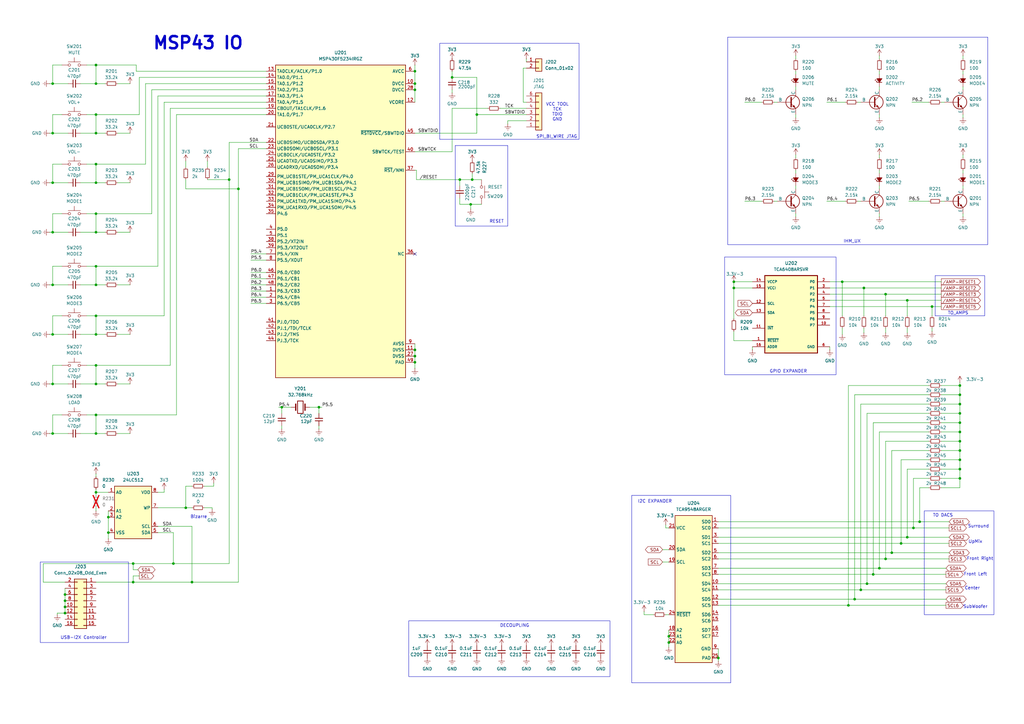
<source format=kicad_sch>
(kicad_sch (version 20250114) (generator "eeschema") (generator_version "9.0")
  (paper "A3")
  (title_block (title "Amplificateur Audio (Base Saine)") (date "2025-05-19") (rev "1.0") (company "NDG"))
  (rectangle (start 259.08 203.2) (end 299.72 280.035))
  (rectangle (start 298.45 15.24) (end 405.13 100.33))
  (rectangle (start 186.69 59.69) (end 208.28 92.71))
  (rectangle (start 16.51 230.505) (end 52.705 263.525))
  (rectangle (start 167.64 254.635) (end 250.19 277.495))
  (rectangle (start 379.095 209.55) (end 407.67 252.095))
  (rectangle (start 180.34 17.78) (end 237.49 57.15))
  (rectangle (start 297.18 105.41) (end 342.9 153.67))
  (rectangle (start 383.54 113.03) (end 403.86 129.54))
  (text "UpMix\n" (at 400.05 222.25 0) (effects (font (size 1.27 1.27))))
  (text "Surround" (at 401.32 215.9 0) (effects (font (size 1.27 1.27))))
  (text "Front Left\n" (at 400.05 235.585 0) (effects (font (size 1.27 1.27))))
  (text "Center" (at 398.78 241.3 0) (effects (font (size 1.27 1.27))))
  (text "DECOUPLING\n" (at 211.074 256.667 0) (effects (font (size 1.27 1.27))))
  (text "USB-I2X Controller" (at 34.29 261.62 0) (effects (font (size 1.27 1.27))))
  (text "SubWoofer" (at 400.05 248.92 0) (effects (font (size 1.27 1.27))))
  (text "GPIO EXPANDER" (at 323.342 152.4 0) (effects (font (size 1.27 1.27))))
  (text "MSP43 IO\n" (at 81.28 17.78 0) (effects (font (size 5 5) (thickness 1) (bold yes))))
  (text "I2C EXPANDER" (at 268.605 205.74 0) (effects (font (size 1.27 1.27))))
  (text "IHM_UX\n" (at 349.504 99.06 0) (effects (font (size 1.27 1.27))))
  (text "TO_AMPS\n" (at 392.938 128.524 0) (effects (font (size 1.27 1.27))))
  (text "Bizarre\n" (at 81.534 212.09 0) (effects (font (size 1.27 1.27))))
  (text "SPI_BI_WIRE JTAG" (at 228.346 56.134 0) (effects (font (size 1.27 1.27))))
  (text "TO DACS\n" (at 386.715 211.455 0) (effects (font (size 1.27 1.27))))
  (text "RESET\n" (at 203.708 90.932 0) (effects (font (size 1.27 1.27))))
  (text "Front Right\n" (at 401.955 229.235 0) (effects (font (size 1.27 1.27))))
  (text "VCC TOOL\nTCK\nTDIO\nGND" (at 228.6 45.974 0) (effects (font (size 1.27 1.27))))
  (junction (at 21.59 116.84))
  (junction (at 393.7 169.545))
  (junction (at 195.58 46.99))
  (junction (at 294.64 269.875))
  (junction (at 26.67 248.92))
  (junction (at 170.18 29.21))
  (junction (at 54.61 231.14))
  (junction (at 115.57 167.005))
  (junction (at 188.595 73.66))
  (junction (at 170.18 143.51))
  (junction (at 21.59 34.29))
  (junction (at 39.37 67.31))
  (junction (at 21.59 74.93))
  (junction (at 21.59 157.48))
  (junction (at 393.7 184.785))
  (junction (at 393.7 158.115))
  (junction (at 369.57 222.885))
  (junction (at 393.7 177.165))
  (junction (at 39.37 109.22))
  (junction (at 193.04 83.82))
  (junction (at 39.37 95.25))
  (junction (at 21.59 137.16))
  (junction (at 193.675 73.66))
  (junction (at 345.44 115.57))
  (junction (at 26.67 251.46))
  (junction (at 300.99 115.57))
  (junction (at 354.33 118.11))
  (junction (at 393.7 192.405))
  (junction (at 97.79 77.47))
  (junction (at 93.98 73.66))
  (junction (at 393.7 180.975))
  (junction (at 170.18 148.59))
  (junction (at 39.37 87.63))
  (junction (at 274.32 263.525))
  (junction (at 71.12 231.14))
  (junction (at 393.7 188.595))
  (junction (at 21.59 54.61))
  (junction (at 39.37 201.93))
  (junction (at 185.42 31.75))
  (junction (at 363.22 229.235))
  (junction (at 355.6 239.395))
  (junction (at 39.37 26.67))
  (junction (at 363.22 120.65))
  (junction (at 170.18 146.05))
  (junction (at 365.76 226.695))
  (junction (at 360.68 233.045))
  (junction (at 130.81 167.005))
  (junction (at 21.59 95.25))
  (junction (at 39.37 34.29))
  (junction (at 382.27 125.73))
  (junction (at 274.32 260.985))
  (junction (at 76.2 208.28))
  (junction (at 393.7 173.355))
  (junction (at 170.18 36.83))
  (junction (at 374.65 216.535))
  (junction (at 39.37 129.54))
  (junction (at 350.52 245.745))
  (junction (at 353.06 241.935))
  (junction (at 39.37 157.48))
  (junction (at 393.7 196.215))
  (junction (at 39.37 54.61))
  (junction (at 372.11 220.345))
  (junction (at 54.61 238.76))
  (junction (at 39.37 149.86))
  (junction (at 39.37 170.18))
  (junction (at 372.11 123.19))
  (junction (at 44.45 218.44))
  (junction (at 78.74 238.76))
  (junction (at 393.7 161.925))
  (junction (at 39.37 137.16))
  (junction (at 26.67 246.38))
  (junction (at 347.98 248.285))
  (junction (at 393.7 165.735))
  (junction (at 358.14 235.585))
  (junction (at 39.37 74.93))
  (junction (at 377.19 213.995))
  (junction (at 39.37 116.84))
  (junction (at 44.45 212.09))
  (junction (at 39.37 177.8))
  (junction (at 21.59 177.8))
  (junction (at 39.37 46.99))
  (junction (at 170.18 34.29))
  (junction (at 300.99 118.11))
  (junction (at 26.67 243.84))
  (no_connect (at 170.18 104.14))
  (wire (pts (xy 215.9 27.94) (xy 214.63 27.94)))
  (wire (pts (xy 393.7 184.785) (xy 393.7 188.595)))
  (wire (pts (xy 109.22 34.29) (xy 59.69 34.29)))
  (wire (pts (xy 170.18 62.23) (xy 185.42 62.23)))
  (wire (pts (xy 39.37 149.86) (xy 39.37 157.48)))
  (wire (pts (xy 372.11 220.345) (xy 294.64 220.345)))
  (wire (pts (xy 305.435 41.91) (xy 312.42 41.91)))
  (wire (pts (xy 39.37 137.16) (xy 43.18 137.16)))
  (wire (pts (xy 387.985 245.745) (xy 350.52 245.745)))
  (wire (pts (xy 21.59 129.54) (xy 25.4 129.54)))
  (wire (pts (xy 393.7 156.845) (xy 393.7 158.115)))
  (wire (pts (xy 102.87 111.76) (xy 109.22 111.76)))
  (wire (pts (xy 381 180.975) (xy 363.22 180.975)))
  (wire (pts (xy 35.56 46.99) (xy 39.37 46.99)))
  (wire (pts (xy 274.32 258.445) (xy 274.32 260.985)))
  (wire (pts (xy 33.02 137.16) (xy 39.37 137.16)))
  (wire (pts (xy 33.02 116.84) (xy 39.37 116.84)))
  (wire (pts (xy 365.76 226.695) (xy 294.64 226.695)))
  (wire (pts (xy 393.7 169.545) (xy 393.7 173.355)))
  (wire (pts (xy 97.79 60.96) (xy 109.22 60.96)))
  (wire (pts (xy 170.18 143.51) (xy 170.18 146.05)))
  (wire (pts (xy 274.32 260.985) (xy 274.32 263.525)))
  (wire (pts (xy 76.2 208.28) (xy 78.74 208.28)))
  (wire (pts (xy 372.11 129.54) (xy 372.11 123.19)))
  (wire (pts (xy 57.15 31.75) (xy 57.15 46.99)))
  (wire (pts (xy 48.26 34.29) (xy 53.34 34.29)))
  (wire (pts (xy 393.7 165.735) (xy 393.7 169.545)))
  (wire (pts (xy 387.985 233.045) (xy 360.68 233.045)))
  (wire (pts (xy 39.37 95.25) (xy 43.18 95.25)))
  (wire (pts (xy 127 167.005) (xy 130.81 167.005)))
  (wire (pts (xy 372.11 123.19) (xy 386.08 123.19)))
  (wire (pts (xy 27.94 116.84) (xy 21.59 116.84)))
  (wire (pts (xy 33.02 95.25) (xy 39.37 95.25)))
  (wire (pts (xy 193.675 71.12) (xy 193.675 73.66)))
  (wire (pts (xy 345.44 115.57) (xy 386.08 115.57)))
  (wire (pts (xy 35.56 129.54) (xy 39.37 129.54)))
  (wire (pts (xy 326.39 88.9) (xy 326.39 87.63)))
  (wire (pts (xy 188.595 83.82) (xy 188.595 81.28)))
  (wire (pts (xy 48.26 116.84) (xy 53.34 116.84)))
  (wire (pts (xy 372.745 82.55) (xy 381 82.55)))
  (wire (pts (xy 170.18 26.67) (xy 170.18 29.21)))
  (wire (pts (xy 393.7 173.355) (xy 393.7 177.165)))
  (wire (pts (xy 340.36 143.51) (xy 340.36 142.24)))
  (wire (pts (xy 345.44 137.16) (xy 345.44 134.62)))
  (wire (pts (xy 188.595 73.66) (xy 193.675 73.66)))
  (wire (pts (xy 64.77 39.37) (xy 64.77 109.22)))
  (wire (pts (xy 39.37 194.31) (xy 39.37 195.58)))
  (wire (pts (xy 54.61 231.14) (xy 17.78 231.14)))
  (wire (pts (xy 326.39 69.85) (xy 326.39 71.12)))
  (wire (pts (xy 35.56 87.63) (xy 39.37 87.63)))
  (wire (pts (xy 363.22 120.65) (xy 386.08 120.65)))
  (wire (pts (xy 340.36 115.57) (xy 345.44 115.57)))
  (wire (pts (xy 271.78 225.425) (xy 274.32 225.425)))
  (wire (pts (xy 57.15 46.99) (xy 39.37 46.99)))
  (wire (pts (xy 185.42 38.1) (xy 185.42 36.83)))
  (wire (pts (xy 39.37 26.67) (xy 39.37 34.29)))
  (wire (pts (xy 44.45 218.44) (xy 44.45 220.98)))
  (wire (pts (xy 340.36 120.65) (xy 363.22 120.65)))
  (wire (pts (xy 339.09 82.55) (xy 346.71 82.55)))
  (wire (pts (xy 64.77 215.9) (xy 78.74 215.9)))
  (wire (pts (xy 39.37 201.93) (xy 39.37 203.2)))
  (wire (pts (xy 386.08 161.925) (xy 393.7 161.925)))
  (wire (pts (xy 86.995 208.28) (xy 83.82 208.28)))
  (wire (pts (xy 214.63 41.91) (xy 215.9 41.91)))
  (wire (pts (xy 386.08 180.975) (xy 393.7 180.975)))
  (wire (pts (xy 20.32 157.48) (xy 21.59 157.48)))
  (wire (pts (xy 17.78 238.76) (xy 26.67 238.76)))
  (wire (pts (xy 294.64 213.995) (xy 377.19 213.995)))
  (wire (pts (xy 54.61 233.68) (xy 54.61 231.14)))
  (wire (pts (xy 23.495 251.46) (xy 26.67 251.46)))
  (wire (pts (xy 387.985 235.585) (xy 358.14 235.585)))
  (wire (pts (xy 363.22 229.235) (xy 294.64 229.235)))
  (wire (pts (xy 62.23 36.83) (xy 62.23 87.63)))
  (wire (pts (xy 381 184.785) (xy 365.76 184.785)))
  (wire (pts (xy 109.22 36.83) (xy 62.23 36.83)))
  (wire (pts (xy 365.76 184.785) (xy 365.76 226.695)))
  (wire (pts (xy 170.18 36.83) (xy 170.18 41.91)))
  (wire (pts (xy 21.59 95.25) (xy 21.59 87.63)))
  (wire (pts (xy 33.02 34.29) (xy 39.37 34.29)))
  (wire (pts (xy 387.985 241.935) (xy 353.06 241.935)))
  (wire (pts (xy 393.7 180.975) (xy 393.7 184.785)))
  (wire (pts (xy 185.42 44.45) (xy 185.42 62.23)))
  (wire (pts (xy 170.18 146.05) (xy 170.18 148.59)))
  (wire (pts (xy 21.59 170.18) (xy 25.4 170.18)))
  (wire (pts (xy 381 158.115) (xy 347.98 158.115)))
  (wire (pts (xy 48.26 157.48) (xy 53.34 157.48)))
  (wire (pts (xy 274.32 263.525) (xy 274.32 265.43)))
  (wire (pts (xy 86.995 208.915) (xy 86.995 208.28)))
  (wire (pts (xy 381 200.025) (xy 377.19 200.025)))
  (wire (pts (xy 26.67 243.84) (xy 26.67 246.38)))
  (wire (pts (xy 351.79 41.91) (xy 353.06 41.91)))
  (wire (pts (xy 374.65 196.215) (xy 374.65 216.535)))
  (wire (pts (xy 27.94 74.93) (xy 21.59 74.93)))
  (wire (pts (xy 394.97 69.85) (xy 394.97 71.12)))
  (wire (pts (xy 394.97 63.5) (xy 394.97 64.77)))
  (wire (pts (xy 393.7 158.115) (xy 393.7 161.925)))
  (wire (pts (xy 55.88 29.21) (xy 55.88 26.67)))
  (wire (pts (xy 369.57 222.885) (xy 389.255 222.885)))
  (wire (pts (xy 21.59 137.16) (xy 21.59 129.54)))
  (wire (pts (xy 33.02 54.61) (xy 39.37 54.61)))
  (wire (pts (xy 17.78 231.14) (xy 17.78 238.76)))
  (wire (pts (xy 102.87 106.68) (xy 109.22 106.68)))
  (wire (pts (xy 326.39 29.21) (xy 326.39 30.48)))
  (wire (pts (xy 54.61 236.22) (xy 54.61 238.76)))
  (wire (pts (xy 294.64 269.875) (xy 294.64 271.145)))
  (wire (pts (xy 102.87 104.14) (xy 109.22 104.14)))
  (wire (pts (xy 39.37 238.76) (xy 54.61 238.76)))
  (wire (pts (xy 109.22 31.75) (xy 57.15 31.75)))
  (wire (pts (xy 360.68 22.86) (xy 360.68 24.13)))
  (wire (pts (xy 27.94 177.8) (xy 21.59 177.8)))
  (wire (pts (xy 109.22 41.91) (xy 67.31 41.91)))
  (wire (pts (xy 381 169.545) (xy 355.6 169.545)))
  (wire (pts (xy 21.59 34.29) (xy 21.59 26.67)))
  (wire (pts (xy 59.69 34.29) (xy 59.69 67.31)))
  (wire (pts (xy 360.68 77.47) (xy 360.68 76.2)))
  (wire (pts (xy 76.2 199.39) (xy 76.2 208.28)))
  (wire (pts (xy 97.79 238.76) (xy 97.79 77.47)))
  (wire (pts (xy 93.98 58.42) (xy 93.98 73.66)))
  (wire (pts (xy 381 188.595) (xy 369.57 188.595)))
  (wire (pts (xy 69.85 44.45) (xy 69.85 149.86)))
  (wire (pts (xy 48.26 137.16) (xy 53.34 137.16)))
  (wire (pts (xy 386.08 41.91) (xy 387.35 41.91)))
  (wire (pts (xy 195.58 54.61) (xy 195.58 46.99)))
  (wire (pts (xy 386.08 169.545) (xy 393.7 169.545)))
  (wire (pts (xy 363.22 136.525) (xy 363.22 134.62)))
  (wire (pts (xy 382.27 125.73) (xy 382.27 129.54)))
  (wire (pts (xy 35.56 109.22) (xy 39.37 109.22)))
  (wire (pts (xy 294.64 266.065) (xy 294.64 269.875)))
  (wire (pts (xy 377.19 200.025) (xy 377.19 213.995)))
  (wire (pts (xy 39.37 116.84) (xy 43.18 116.84)))
  (wire (pts (xy 20.32 34.29) (xy 21.59 34.29)))
  (wire (pts (xy 109.22 29.21) (xy 55.88 29.21)))
  (wire (pts (xy 372.11 220.345) (xy 389.255 220.345)))
  (wire (pts (xy 39.37 74.93) (xy 43.18 74.93)))
  (wire (pts (xy 372.11 192.405) (xy 372.11 220.345)))
  (wire (pts (xy 85.09 66.04) (xy 85.09 68.58)))
  (wire (pts (xy 200.025 44.45) (xy 185.42 44.45)))
  (wire (pts (xy 170.18 29.21) (xy 170.18 34.29)))
  (wire (pts (xy 59.69 67.31) (xy 39.37 67.31)))
  (wire (pts (xy 170.18 148.59) (xy 170.18 151.13)))
  (wire (pts (xy 44.45 209.55) (xy 44.45 212.09)))
  (wire (pts (xy 27.94 95.25) (xy 21.59 95.25)))
  (wire (pts (xy 214.63 27.94) (xy 214.63 41.91)))
  (wire (pts (xy 76.2 77.47) (xy 97.79 77.47)))
  (wire (pts (xy 20.32 74.93) (xy 21.59 74.93)))
  (wire (pts (xy 360.68 63.5) (xy 360.68 64.77)))
  (wire (pts (xy 48.26 74.93) (xy 53.34 74.93)))
  (wire (pts (xy 71.12 218.44) (xy 71.12 231.14)))
  (wire (pts (xy 365.76 226.695) (xy 389.255 226.695)))
  (wire (pts (xy 20.32 177.8) (xy 21.59 177.8)))
  (wire (pts (xy 382.27 135.89) (xy 382.27 134.62)))
  (wire (pts (xy 185.42 29.21) (xy 185.42 31.75)))
  (wire (pts (xy 340.36 123.19) (xy 372.11 123.19)))
  (wire (pts (xy 195.58 46.99) (xy 195.58 31.75)))
  (wire (pts (xy 347.98 158.115) (xy 347.98 248.285)))
  (wire (pts (xy 369.57 222.885) (xy 294.64 222.885)))
  (wire (pts (xy 360.68 88.9) (xy 360.68 87.63)))
  (wire (pts (xy 387.985 239.395) (xy 355.6 239.395)))
  (wire (pts (xy 394.97 29.21) (xy 394.97 30.48)))
  (wire (pts (xy 78.74 238.76) (xy 97.79 238.76)))
  (wire (pts (xy 215.9 24.13) (xy 215.9 25.4)))
  (wire (pts (xy 39.37 46.99) (xy 39.37 54.61)))
  (wire (pts (xy 360.68 177.165) (xy 360.68 233.045)))
  (wire (pts (xy 393.7 196.215) (xy 393.7 200.025)))
  (wire (pts (xy 360.68 69.85) (xy 360.68 71.12)))
  (wire (pts (xy 358.14 235.585) (xy 294.64 235.585)))
  (wire (pts (xy 394.97 22.86) (xy 394.97 24.13)))
  (wire (pts (xy 64.77 201.93) (xy 67.31 201.93)))
  (wire (pts (xy 215.9 49.53) (xy 208.28 49.53)))
  (wire (pts (xy 381 173.355) (xy 358.14 173.355)))
  (wire (pts (xy 21.59 46.99) (xy 25.4 46.99)))
  (wire (pts (xy 21.59 116.84) (xy 21.59 109.22)))
  (wire (pts (xy 387.985 248.285) (xy 347.98 248.285)))
  (wire (pts (xy 57.15 236.22) (xy 54.61 236.22)))
  (wire (pts (xy 386.08 188.595) (xy 393.7 188.595)))
  (wire (pts (xy 39.37 34.29) (xy 43.18 34.29)))
  (wire (pts (xy 23.495 252.095) (xy 23.495 251.46)))
  (wire (pts (xy 264.16 252.095) (xy 267.97 252.095)))
  (wire (pts (xy 355.6 239.395) (xy 294.64 239.395)))
  (wire (pts (xy 55.88 26.67) (xy 39.37 26.67)))
  (wire (pts (xy 188.595 83.82) (xy 193.04 83.82)))
  (wire (pts (xy 205.105 44.45) (xy 215.9 44.45)))
  (wire (pts (xy 386.08 177.165) (xy 393.7 177.165)))
  (wire (pts (xy 381 165.735) (xy 353.06 165.735)))
  (wire (pts (xy 39.37 157.48) (xy 43.18 157.48)))
  (wire (pts (xy 170.815 69.85) (xy 170.18 69.85)))
  (wire (pts (xy 109.22 58.42) (xy 93.98 58.42)))
  (wire (pts (xy 33.02 74.93) (xy 39.37 74.93)))
  (wire (pts (xy 27.94 34.29) (xy 21.59 34.29)))
  (wire (pts (xy 48.26 54.61) (xy 53.34 54.61)))
  (wire (pts (xy 83.82 199.39) (xy 87.63 199.39)))
  (wire (pts (xy 363.22 229.235) (xy 389.255 229.235)))
  (wire (pts (xy 64.77 109.22) (xy 39.37 109.22)))
  (wire (pts (xy 35.56 26.67) (xy 39.37 26.67)))
  (wire (pts (xy 39.37 67.31) (xy 39.37 74.93)))
  (wire (pts (xy 21.59 157.48) (xy 21.59 149.86)))
  (wire (pts (xy 97.79 77.47) (xy 97.79 60.96)))
  (wire (pts (xy 308.61 115.57) (xy 300.99 115.57)))
  (wire (pts (xy 67.31 201.93) (xy 67.31 200.66)))
  (wire (pts (xy 273.05 215.265) (xy 273.05 216.535)))
  (wire (pts (xy 363.22 180.975) (xy 363.22 229.235)))
  (wire (pts (xy 130.81 175.895) (xy 130.81 174.625)))
  (wire (pts (xy 71.12 231.14) (xy 54.61 231.14)))
  (wire (pts (xy 350.52 161.925) (xy 350.52 245.745)))
  (wire (pts (xy 44.45 212.09) (xy 44.45 218.44)))
  (wire (pts (xy 386.08 184.785) (xy 393.7 184.785)))
  (wire (pts (xy 102.87 114.3) (xy 109.22 114.3)))
  (wire (pts (xy 170.18 140.97) (xy 170.18 143.51)))
  (wire (pts (xy 188.595 73.66) (xy 188.595 76.2)))
  (wire (pts (xy 26.67 241.3) (xy 26.67 243.84)))
  (wire (pts (xy 358.14 173.355) (xy 358.14 235.585)))
  (wire (pts (xy 350.52 245.745) (xy 294.64 245.745)))
  (wire (pts (xy 393.7 161.925) (xy 393.7 165.735)))
  (wire (pts (xy 102.87 116.84) (xy 109.22 116.84)))
  (wire (pts (xy 360.68 36.83) (xy 360.68 35.56)))
  (wire (pts (xy 294.64 216.535) (xy 374.65 216.535)))
  (wire (pts (xy 305.435 82.55) (xy 312.42 82.55)))
  (wire (pts (xy 386.08 173.355) (xy 393.7 173.355)))
  (wire (pts (xy 355.6 169.545) (xy 355.6 239.395)))
  (wire (pts (xy 20.32 54.61) (xy 21.59 54.61)))
  (wire (pts (xy 115.57 175.895) (xy 115.57 174.625)))
  (wire (pts (xy 26.67 246.38) (xy 26.67 248.92)))
  (wire (pts (xy 54.61 238.76) (xy 78.74 238.76)))
  (wire (pts (xy 393.7 192.405) (xy 393.7 196.215)))
  (wire (pts (xy 85.09 73.66) (xy 93.98 73.66)))
  (wire (pts (xy 393.7 158.115) (xy 386.08 158.115)))
  (wire (pts (xy 20.32 137.16) (xy 21.59 137.16)))
  (wire (pts (xy 102.87 124.46) (xy 109.22 124.46)))
  (wire (pts (xy 394.97 48.26) (xy 394.97 46.99)))
  (wire (pts (xy 326.39 63.5) (xy 326.39 64.77)))
  (wire (pts (xy 386.08 200.025) (xy 393.7 200.025)))
  (wire (pts (xy 62.23 87.63) (xy 39.37 87.63)))
  (wire (pts (xy 360.68 29.21) (xy 360.68 30.48)))
  (wire (pts (xy 21.59 26.67) (xy 25.4 26.67)))
  (wire (pts (xy 360.68 233.045) (xy 294.64 233.045)))
  (wire (pts (xy 308.61 139.7) (xy 300.99 139.7)))
  (wire (pts (xy 300.99 118.11) (xy 300.99 130.81)))
  (wire (pts (xy 394.97 87.63) (xy 394.97 88.9)))
  (wire (pts (xy 170.815 73.66) (xy 170.815 69.85)))
  (wire (pts (xy 114.3 167.005) (xy 115.57 167.005)))
  (wire (pts (xy 300.99 115.57) (xy 300.99 118.11)))
  (wire (pts (xy 69.85 149.86) (xy 39.37 149.86)))
  (wire (pts (xy 317.5 41.91) (xy 318.77 41.91)))
  (wire (pts (xy 208.28 49.53) (xy 208.28 50.8)))
  (wire (pts (xy 78.74 215.9) (xy 78.74 238.76)))
  (wire (pts (xy 39.37 54.61) (xy 43.18 54.61)))
  (wire (pts (xy 21.59 54.61) (xy 21.59 46.99)))
  (wire (pts (xy 386.08 196.215) (xy 393.7 196.215)))
  (wire (pts (xy 72.39 170.18) (xy 39.37 170.18)))
  (wire (pts (xy 386.08 82.55) (xy 387.35 82.55)))
  (wire (pts (xy 347.98 248.285) (xy 294.64 248.285)))
  (wire (pts (xy 170.18 54.61) (xy 195.58 54.61)))
  (wire (pts (xy 326.39 22.86) (xy 326.39 24.13)))
  (wire (pts (xy 193.04 83.82) (xy 193.04 85.725)))
  (wire (pts (xy 20.32 95.25) (xy 21.59 95.25)))
  (wire (pts (xy 119.38 167.005) (xy 115.57 167.005)))
  (wire (pts (xy 354.33 118.11) (xy 386.08 118.11)))
  (wire (pts (xy 308.61 118.11) (xy 300.99 118.11)))
  (wire (pts (xy 39.37 109.22) (xy 39.37 116.84)))
  (wire (pts (xy 300.99 139.7) (xy 300.99 135.89)))
  (wire (pts (xy 35.56 149.86) (xy 39.37 149.86)))
  (wire (pts (xy 215.9 46.99) (xy 195.58 46.99)))
  (wire (pts (xy 340.36 118.11) (xy 354.33 118.11)))
  (wire (pts (xy 21.59 74.93) (xy 21.59 67.31)))
  (wire (pts (xy 76.2 73.66) (xy 76.2 77.47)))
  (wire (pts (xy 195.58 31.75) (xy 185.42 31.75)))
  (wire (pts (xy 93.98 231.14) (xy 71.12 231.14)))
  (wire (pts (xy 39.37 129.54) (xy 39.37 137.16)))
  (wire (pts (xy 382.27 125.73) (xy 386.08 125.73)))
  (wire (pts (xy 102.87 119.38) (xy 109.22 119.38)))
  (wire (pts (xy 35.56 170.18) (xy 39.37 170.18)))
  (wire (pts (xy 386.08 192.405) (xy 393.7 192.405)))
  (wire (pts (xy 339.09 41.91) (xy 346.71 41.91)))
  (wire (pts (xy 354.33 118.11) (xy 354.33 129.54)))
  (wire (pts (xy 39.37 87.63) (xy 39.37 95.25)))
  (wire (pts (xy 21.59 67.31) (xy 25.4 67.31)))
  (wire (pts (xy 374.015 41.91) (xy 381 41.91)))
  (wire (pts (xy 381 192.405) (xy 372.11 192.405)))
  (wire (pts (xy 372.11 136.525) (xy 372.11 134.62)))
  (wire (pts (xy 326.39 48.26) (xy 326.39 46.99)))
  (wire (pts (xy 273.05 252.095) (xy 274.32 252.095)))
  (wire (pts (xy 102.87 121.92) (xy 109.22 121.92)))
  (wire (pts (xy 21.59 149.86) (xy 25.4 149.86)))
  (wire (pts (xy 193.04 83.82) (xy 197.485 83.82)))
  (wire (pts (xy 386.08 165.735) (xy 393.7 165.735)))
  (wire (pts (xy 39.37 200.66) (xy 39.37 201.93)))
  (wire (pts (xy 48.26 177.8) (xy 53.34 177.8)))
  (wire (pts (xy 21.59 87.63) (xy 25.4 87.63)))
  (wire (pts (xy 93.98 73.66) (xy 93.98 231.14)))
  (wire (pts (xy 377.19 213.995) (xy 389.255 213.995)))
  (wire (pts (xy 64.77 208.28) (xy 76.2 208.28)))
  (wire (pts (xy 317.5 82.55) (xy 318.77 82.55)))
  (wire (pts (xy 48.26 95.25) (xy 53.34 95.25)))
  (wire (pts (xy 193.675 73.66) (xy 197.485 73.66)))
  (wire (pts (xy 363.22 120.65) (xy 363.22 129.54)))
  (wire (pts (xy 115.57 167.005) (xy 115.57 169.545)))
  (wire (pts (xy 109.22 44.45) (xy 69.85 44.45)))
  (wire (pts (xy 87.63 198.12) (xy 87.63 199.39)))
  (wire (pts (xy 353.06 165.735) (xy 353.06 241.935)))
  (wire (pts (xy 20.32 116.84) (xy 21.59 116.84)))
  (wire (pts (xy 381 161.925) (xy 350.52 161.925)))
  (wire (pts (xy 26.67 248.92) (xy 26.67 251.46)))
  (wire (pts (xy 21.59 177.8) (xy 21.59 170.18)))
  (wire (pts (xy 27.94 137.16) (xy 21.59 137.16)))
  (wire (pts (xy 78.74 199.39) (xy 76.2 199.39)))
  (wire (pts (xy 39.37 201.93) (xy 44.45 201.93)))
  (wire (pts (xy 76.2 68.58) (xy 76.2 66.04)))
  (wire (pts (xy 27.94 54.61) (xy 21.59 54.61)))
  (wire (pts (xy 354.33 136.525) (xy 354.33 134.62)))
  (wire (pts (xy 394.97 77.47) (xy 394.97 76.2)))
  (wire (pts (xy 393.7 188.595) (xy 393.7 192.405)))
  (wire (pts (xy 67.31 41.91) (xy 67.31 129.54)))
  (wire (pts (xy 27.94 157.48) (xy 21.59 157.48)))
  (wire (pts (xy 109.22 46.99) (xy 72.39 46.99)))
  (wire (pts (xy 271.78 230.505) (xy 274.32 230.505)))
  (wire (pts (xy 56.515 233.68) (xy 54.61 233.68)))
  (wire (pts (xy 64.77 218.44) (xy 71.12 218.44)))
  (wire (pts (xy 130.81 167.005) (xy 132.08 167.005)))
  (wire (pts (xy 308.61 143.51) (xy 308.61 142.24)))
  (wire (pts (xy 109.22 39.37) (xy 64.77 39.37)))
  (wire (pts (xy 35.56 67.31) (xy 39.37 67.31)))
  (wire (pts (xy 39.37 170.18) (xy 39.37 177.8)))
  (wire (pts (xy 345.44 115.57) (xy 345.44 129.54)))
  (wire (pts (xy 39.37 209.55) (xy 39.37 208.28)))
  (wire (pts (xy 353.06 241.935) (xy 294.64 241.935)))
  (wire (pts (xy 170.18 34.29) (xy 170.18 36.83)))
  (wire (pts (xy 21.59 109.22) (xy 25.4 109.22)))
  (wire (pts (xy 351.79 82.55) (xy 353.06 82.55)))
  (wire (pts (xy 130.81 167.005) (xy 130.81 169.545)))
  (wire (pts (xy 326.39 36.83) (xy 326.39 35.56)))
  (wire (pts (xy 264.16 250.825) (xy 264.16 252.095)))
  (wire (pts (xy 381 196.215) (xy 374.65 196.215)))
  (wire (pts (xy 360.68 48.26) (xy 360.68 46.99)))
  (wire (pts (xy 39.37 177.8) (xy 43.18 177.8)))
  (wire (pts (xy 340.36 125.73) (xy 382.27 125.73)))
  (wire (pts (xy 374.65 216.535) (xy 389.255 216.535)))
  (wire (pts (xy 33.02 157.48) (xy 39.37 157.48)))
  (wire (pts (xy 72.39 46.99) (xy 72.39 170.18)))
  (wire (pts (xy 273.05 216.535) (xy 274.32 216.535)))
  (wire (pts (xy 67.31 129.54) (xy 39.37 129.54)))
  (wire (pts (xy 326.39 77.47) (xy 326.39 76.2)))
  (wire (pts (xy 393.7 177.165) (xy 393.7 180.975)))
  (wire (pts (xy 369.57 188.595) (xy 369.57 222.885)))
  (wire (pts (xy 33.02 177.8) (xy 39.37 177.8)))
  (wire (pts (xy 381 177.165) (xy 360.68 177.165)))
  (wire (pts (xy 170.815 73.66) (xy 188.595 73.66)))
  (wire (pts (xy 394.97 36.83) (xy 394.97 35.56)))
  (label "P6.1" (at 102.87 114.3 0))
  (label "P6.5" (at 102.87 124.46 0))
  (label "P5.5" (at 102.87 106.68 0))
  (label "P6.5" (at 372.745 82.55 0))
  (label "SCL" (at 102.235 60.96 0))
  (label "SBWTCK" (at 171.45 62.23 0))
  (label "{slash}RESET" (at 172.085 73.66 0))
  (label "SBWTDIO" (at 207.01 46.99 0))
  (label "P5.4" (at 114.3 167.005 0))
  (label "SDA" (at 66.675 215.9 0))
  (label "P6.3" (at 102.87 119.38 0))
  (label "P6.4" (at 102.87 121.92 0))
  (label "P6.0" (at 102.87 111.76 0))
  (label "SBWTDIO" (at 171.45 54.61 0))
  (label "SDA" (at 102.235 58.42 0))
  (label "P6.4" (at 339.09 82.55 0))
  (label "P6.2" (at 102.87 116.84 0))
  (label "P6.1" (at 339.09 41.91 0))
  (label "TCK" (at 207.01 44.45 0))
  (label "SCL" (at 66.675 218.44 0))
  (label "P6.0" (at 305.435 41.91 0))
  (label "P6.3" (at 305.435 82.55 0))
  (label "P5.4" (at 102.87 104.14 0))
  (label "P6.2" (at 374.015 41.91 0))
  (label "P5.5" (at 132.08 167.005 0))
  (global_label "SCL" (shape output) (at 57.15 236.22 0) (property "Intersheetrefs" "${INTERSHEET_REFS}" (effects (hide yes))))
  (global_label "SCL3" (shape output) (at 389.255 229.235 0) (property "Intersheetrefs" "${INTERSHEET_REFS}" (effects (hide yes))))
  (global_label "{slash}AMP-RESET3" (shape output) (at 386.08 120.65 0) (property "Intersheetrefs" "${INTERSHEET_REFS}" (effects (hide yes))))
  (global_label "{slash}AMP-RESET4" (shape output) (at 386.08 123.19 0) (property "Intersheetrefs" "${INTERSHEET_REFS}" (effects (hide yes))))
  (global_label "SCL5" (shape output) (at 387.985 241.935 0) (property "Intersheetrefs" "${INTERSHEET_REFS}" (effects (hide yes))))
  (global_label "SCL6" (shape output) (at 387.985 248.285 0) (property "Intersheetrefs" "${INTERSHEET_REFS}" (effects (hide yes))))
  (global_label "SDA" (shape bidirectional) (at 271.78 225.425 180) (property "Intersheetrefs" "${INTERSHEET_REFS}" (effects (hide yes))))
  (global_label "SCL" (shape input) (at 271.78 230.505 180) (property "Intersheetrefs" "${INTERSHEET_REFS}" (effects (hide yes))))
  (global_label "SDA2" (shape bidirectional) (at 389.255 220.345 0) (property "Intersheetrefs" "${INTERSHEET_REFS}" (effects (hide yes))))
  (global_label "SCL1" (shape output) (at 389.255 216.535 0) (property "Intersheetrefs" "${INTERSHEET_REFS}" (effects (hide yes))))
  (global_label "{slash}AMP-RESET5" (shape output) (at 386.08 125.73 0) (property "Intersheetrefs" "${INTERSHEET_REFS}" (effects (hide yes))))
  (global_label "SDA1" (shape bidirectional) (at 389.255 213.995 0) (property "Intersheetrefs" "${INTERSHEET_REFS}" (effects (hide yes))))
  (global_label "SCL" (shape input) (at 308.61 124.46 180) (property "Intersheetrefs" "${INTERSHEET_REFS}" (effects (hide yes))))
  (global_label "SCL2" (shape output) (at 389.255 222.885 0) (property "Intersheetrefs" "${INTERSHEET_REFS}" (effects (hide yes))))
  (global_label "{slash}AMP-RESET2" (shape output) (at 386.08 118.11 0) (property "Intersheetrefs" "${INTERSHEET_REFS}" (effects (hide yes))))
  (global_label "SDA5" (shape bidirectional) (at 387.985 239.395 0) (property "Intersheetrefs" "${INTERSHEET_REFS}" (effects (hide yes))))
  (global_label "{slash}AMP-RESET1" (shape output) (at 386.08 115.57 0) (property "Intersheetrefs" "${INTERSHEET_REFS}" (effects (hide yes))))
  (global_label "SDA" (shape bidirectional) (at 308.61 128.27 180) (property "Intersheetrefs" "${INTERSHEET_REFS}" (effects (hide yes))))
  (global_label "SCL4" (shape output) (at 387.985 235.585 0) (property "Intersheetrefs" "${INTERSHEET_REFS}" (effects (hide yes))))
  (global_label "SDA" (shape bidirectional) (at 56.515 233.68 0) (property "Intersheetrefs" "${INTERSHEET_REFS}" (effects (hide yes))))
  (global_label "SDA4" (shape bidirectional) (at 387.985 233.045 0) (property "Intersheetrefs" "${INTERSHEET_REFS}" (effects (hide yes))))
  (global_label "SDA3" (shape bidirectional) (at 389.255 226.695 0) (property "Intersheetrefs" "${INTERSHEET_REFS}" (effects (hide yes))))
  (global_label "SDA6" (shape bidirectional) (at 387.985 245.745 0) (property "Intersheetrefs" "${INTERSHEET_REFS}" (effects (hide yes))))
  (symbol (lib_id "power:Earth") (at 308.61 143.51 0) (unit 1)
    (property "Reference" "#PWR0778" (effects (hide yes)))
    (property "Value" "GND" (at 308.61 147.955 0))
    (property "Description" "Power symbol creates a global label with name \"Earth\"" (effects (hide yes)))
  )
  (symbol (lib_id "power:Earth") (at 246.38 269.875 0) (unit 1)
    (property "Reference" "#PWR0775" (effects (hide yes)))
    (property "Value" "GND" (at 246.38 274.32 0))
    (property "Description" "Power symbol creates a global label with name \"Earth\"" (effects (hide yes)))
  )
  (symbol (lib_id "Device:C_Small") (at 30.48 177.8 90) (unit 1)
    (property "Reference" "C208" (at 30.48 172.212 90))
    (property "Value" "470pF" (at 30.48 174.752 90))
    (property "Description" "Unpolarized capacitor, small symbol" (effects (hide yes)))
  )
  (symbol (lib_id "Device:R_Small") (at 76.2 71.12 0) (unit 1)
    (property "Reference" "R235" (at 78.74 69.8499 0) (effects (justify left)))
    (property "Value" "2k" (at 78.74 72.3899 0) (effects (justify left)))
    (property "Description" "Resistor, small symbol" (effects (hide yes)))
  )
  (symbol (lib_id "power:+3V3") (at 195.58 264.795 0) (unit 1)
    (property "Reference" "#PWR0227" (effects (hide yes)))
    (property "Value" "3.3V-3" (at 192.405 260.985 0) (effects (justify left)))
    (property "Description" "Power symbol creates a global label with name \"+3V3\"" (effects (hide yes)))
  )
  (symbol (lib_id "power:+3V3") (at 360.68 63.5 0) (unit 1)
    (property "Reference" "#PWR0219" (effects (hide yes)))
    (property "Value" "3V3" (at 360.68 59.69 0))
    (property "Description" "Power symbol creates a global label with name \"+3V3\"" (effects (hide yes)))
  )
  (symbol (lib_id "Device:C_Small") (at 30.48 34.29 90) (unit 1)
    (property "Reference" "C201" (at 30.48 28.702 90))
    (property "Value" "470pF" (at 30.48 31.242 90))
    (property "Description" "Unpolarized capacitor, small symbol" (effects (hide yes)))
  )
  (symbol (lib_id "Device:R_Small") (at 383.54 196.215 270) (unit 1)
    (property "Reference" "R247" (at 385.572 194.437 90))
    (property "Value" "2k" (at 381 194.437 90))
    (property "Description" "Resistor, small symbol" (effects (hide yes)))
  )
  (symbol (lib_id "power:Earth") (at 345.44 137.16 0) (unit 1)
    (property "Reference" "#PWR0784" (effects (hide yes)))
    (property "Value" "GND" (at 345.44 141.605 0))
    (property "Description" "Power symbol creates a global label with name \"Earth\"" (effects (hide yes)))
  )
  (symbol (lib_id "Device:R_Small") (at 383.54 41.91 270) (unit 1)
    (property "Reference" "R226" (at 383.54 36.83 90))
    (property "Value" "2.15k" (at 383.54 39.37 90))
    (property "Description" "Resistor, small symbol" (effects (hide yes)))
  )
  (symbol (lib_id "Simulation_SPICE:NPN") (at 392.43 82.55 0) (unit 1)
    (property "Reference" "Q201" (at 397.51 81.2799 0) (effects (justify left)))
    (property "Value" "NPN" (at 397.51 83.8199 0) (effects (justify left)))
    (property "Datasheet" "https://ngspice.sourceforge.io/docs/ngspice-html-manual/manual.xhtml#cha_BJTs" (effects (hide yes)))
    (property "Description" "Bipolar transistor symbol for simulation only, substrate tied to the emitter" (effects (hide yes)))
    (property "Sim.Device" "NPN" (effects (hide yes)))
    (property "Sim.Type" "GUMMELPOON" (effects (hide yes)))
    (property "Sim.Pins" "1=C 2=B 3=E" (effects (hide yes)))
  )
  (symbol (lib_id "Switch:SW_Push") (at 30.48 87.63 0) (unit 1)
    (property "Reference" "SW204" (at 30.48 80.01 0))
    (property "Value" "MODE1" (at 30.48 82.55 0))
    (property "Description" "Push button switch, generic, two pins" (effects (hide yes)))
  )
  (symbol (lib_id "Device:C_Small") (at 30.48 137.16 90) (unit 1)
    (property "Reference" "C206" (at 30.48 131.572 90))
    (property "Value" "470pF" (at 30.48 134.112 90))
    (property "Description" "Unpolarized capacitor, small symbol" (effects (hide yes)))
  )
  (symbol (lib_id "power:Earth") (at 363.22 136.525 0) (unit 1)
    (property "Reference" "#PWR0783" (effects (hide yes)))
    (property "Value" "GND" (at 363.22 140.97 0))
    (property "Description" "Power symbol creates a global label with name \"Earth\"" (effects (hide yes)))
  )
  (symbol (lib_id "Device:Crystal") (at 123.19 167.005 0) (unit 1)
    (property "Reference" "Y201" (at 123.19 159.385 0))
    (property "Value" "32.768kHz" (at 123.19 161.925 0))
    (property "Description" "Two pin crystal" (effects (hide yes)))
  )
  (symbol (lib_id "power:+3V3") (at 236.22 264.795 0) (unit 1)
    (property "Reference" "#PWR0224" (effects (hide yes)))
    (property "Value" "3V3" (at 236.22 260.985 0))
    (property "Description" "Power symbol creates a global label with name \"+3V3\"" (effects (hide yes)))
  )
  (symbol (lib_id "Memory_EEPROM:24LC512-I/ST") (at 54.61 204.47 0) (unit 1)
    (property "Reference" "U203" (at 54.61 194.31 0))
    (property "Value" "24LC512" (at 54.61 196.85 0))
    (property "Datasheet" "http://ww1.microchip.com/downloads/en/DeviceDoc/21754M.pdf" (effects (hide yes)))
    (property "Description" "I2C Serial EEPROM, 512Kb, DIP-8/SOIC-8/TSSOP-8/DFN-8" (effects (hide yes)))
  )
  (symbol (lib_id "power:+3V3") (at 394.97 22.86 0) (unit 1)
    (property "Reference" "#PWR0217" (effects (hide yes)))
    (property "Value" "3V3" (at 394.97 19.05 0))
    (property "Description" "Power symbol creates a global label with name \"+3V3\"" (effects (hide yes)))
  )
  (symbol (lib_id "Device:R_Small") (at 383.54 158.115 270) (unit 1)
    (property "Reference" "R237" (at 385.572 156.337 90))
    (property "Value" "2k" (at 381 156.337 90))
    (property "Description" "Resistor, small symbol" (effects (hide yes)))
  )
  (symbol (lib_id "Device:R_Small") (at 85.09 71.12 0) (unit 1)
    (property "Reference" "R234" (at 87.63 69.8499 0) (effects (justify left)))
    (property "Value" "2k" (at 87.63 72.3899 0) (effects (justify left)))
    (property "Description" "Resistor, small symbol" (effects (hide yes)))
  )
  (symbol (lib_id "power:+3V3") (at 53.34 137.16 0) (unit 1)
    (property "Reference" "#PWR0212" (effects (hide yes)))
    (property "Value" "3V3" (at 53.34 133.35 0))
    (property "Description" "Power symbol creates a global label with name \"+3V3\"" (effects (hide yes)))
  )
  (symbol (lib_id "power:Earth") (at 340.36 143.51 0) (unit 1)
    (property "Reference" "#PWR0779" (effects (hide yes)))
    (property "Value" "GND" (at 340.36 147.955 0))
    (property "Description" "Power symbol creates a global label with name \"Earth\"" (effects (hide yes)))
  )
  (symbol (lib_id "power:Earth") (at 86.995 208.915 0) (unit 1)
    (property "Reference" "#PWR0754" (effects (hide yes)))
    (property "Value" "GND" (at 86.995 213.36 0))
    (property "Description" "Power symbol creates a global label with name \"Earth\"" (effects (hide yes)))
  )
  (symbol (lib_id "power:Earth") (at 185.42 38.1 0) (unit 1)
    (property "Reference" "#PWR0767" (effects (hide yes)))
    (property "Value" "GND" (at 185.42 42.545 0))
    (property "Description" "Power symbol creates a global label with name \"Earth\"" (effects (hide yes)))
  )
  (symbol (lib_id "power:+3V3") (at 85.09 66.04 0) (unit 1)
    (property "Reference" "#PWR0203" (effects (hide yes)))
    (property "Value" "3V3" (at 85.09 62.23 0))
    (property "Description" "Power symbol creates a global label with name \"+3V3\"" (effects (hide yes)))
  )
  (symbol (lib_id "Device:R_Small") (at 363.22 132.08 180) (unit 1)
    (property "Reference" "R212" (at 365.76 130.8099 0) (effects (justify right)))
    (property "Value" "10k" (at 365.76 133.3499 0) (effects (justify right)))
    (property "Description" "Resistor, small symbol" (effects (hide yes)))
  )
  (symbol (lib_id "Device:R_Small") (at 202.565 44.45 270) (unit 1)
    (property "Reference" "R228" (at 202.565 39.37 90))
    (property "Value" "332" (at 202.565 41.91 90))
    (property "Description" "Resistor, small symbol" (effects (hide yes)))
  )
  (symbol (lib_id "Device:R_Small") (at 45.72 74.93 90) (unit 1)
    (property "Reference" "R203" (at 45.72 69.85 90))
    (property "Value" "33.2k" (at 45.72 72.39 90))
    (property "Description" "Resistor, small symbol" (effects (hide yes)))
  )
  (symbol (lib_id "Switch:SW_Push") (at 30.48 46.99 0) (unit 1)
    (property "Reference" "SW202" (at 30.48 39.37 0))
    (property "Value" "VOL+" (at 30.48 41.91 0))
    (property "Description" "Push button switch, generic, two pins" (effects (hide yes)))
  )
  (symbol (lib_id "power:Earth") (at 20.32 116.84 270) (unit 1)
    (property "Reference" "#PWR0757" (effects (hide yes)))
    (property "Value" "GND" (at 16.51 116.8399 90) (effects (justify right)))
    (property "Description" "Power symbol creates a global label with name \"Earth\"" (effects (hide yes)))
  )
  (symbol (lib_id "power:Earth") (at 130.81 175.895 0) (unit 1)
    (property "Reference" "#PWR0764" (effects (hide yes)))
    (property "Value" "GND" (at 130.81 180.34 0))
    (property "Description" "Power symbol creates a global label with name \"Earth\"" (effects (hide yes)))
  )
  (symbol (lib_id "power:+3V3") (at 87.63 198.12 0) (unit 1)
    (property "Reference" "#PWR0268" (effects (hide yes)))
    (property "Value" "3V3" (at 85.725 194.31 0) (effects (justify left)))
    (property "Description" "Power symbol creates a global label with name \"+3V3\"" (effects (hide yes)))
  )
  (symbol (lib_id "Device:LED_Small_Filled") (at 360.68 33.02 90) (unit 1)
    (property "Reference" "D202" (at 363.22 31.6864 90) (effects (justify right)))
    (property "Value" "ACTIVITY" (at 363.22 34.2264 90) (effects (justify right)))
    (property "Description" "Light emitting diode, small symbol, filled shape" (effects (hide yes)))
  )
  (symbol (lib_id "Device:C_Small") (at 185.42 267.335 180) (unit 1)
    (property "Reference" "C210" (at 180.975 268.478 0))
    (property "Value" "0.1uF" (at 180.975 265.938 0))
    (property "Description" "Unpolarized capacitor, small symbol" (effects (hide yes)))
  )
  (symbol (lib_id "Connector_Generic:Conn_01x02") (at 220.98 25.4 0) (unit 1)
    (property "Reference" "J202" (at 223.52 25.3999 0) (effects (justify left)))
    (property "Value" "Conn_01x02" (at 223.52 27.9399 0) (effects (justify left)))
    (property "Description" "Generic connector, single row, 01x02, script generated (kicad-library-utils/schlib/autogen/connector/)" (effects (hide yes)))
  )
  (symbol (lib_id "power:Earth") (at 23.495 252.095 0) (unit 1)
    (property "Reference" "#PWR0755" (effects (hide yes)))
    (property "Value" "GND" (at 23.495 256.54 0))
    (property "Description" "Power symbol creates a global label with name \"Earth\"" (effects (hide yes)))
  )
  (symbol (lib_id "power:Earth") (at 354.33 136.525 0) (unit 1)
    (property "Reference" "#PWR0782" (effects (hide yes)))
    (property "Value" "GND" (at 354.33 140.97 0))
    (property "Description" "Power symbol creates a global label with name \"Earth\"" (effects (hide yes)))
  )
  (symbol (lib_id "power:+3V3") (at 53.34 74.93 0) (unit 1)
    (property "Reference" "#PWR0206" (effects (hide yes)))
    (property "Value" "3V3" (at 53.34 71.12 0))
    (property "Description" "Power symbol creates a global label with name \"+3V3\"" (effects (hide yes)))
  )
  (symbol (lib_id "Device:R_Small") (at 345.44 132.08 180) (unit 1)
    (property "Reference" "R210" (at 347.98 130.8099 0) (effects (justify right)))
    (property "Value" "10k" (at 347.98 133.3499 0) (effects (justify right)))
    (property "Description" "Resistor, small symbol" (effects (hide yes)))
  )
  (symbol (lib_id "power:+3V3") (at 53.34 116.84 0) (unit 1)
    (property "Reference" "#PWR0210" (effects (hide yes)))
    (property "Value" "3V3" (at 53.34 113.03 0))
    (property "Description" "Power symbol creates a global label with name \"+3V3\"" (effects (hide yes)))
  )
  (symbol (lib_id "Switch:SW_Push") (at 30.48 109.22 0) (unit 1)
    (property "Reference" "SW205" (at 30.48 101.6 0))
    (property "Value" "MODE2" (at 30.48 104.14 0))
    (property "Description" "Push button switch, generic, two pins" (effects (hide yes)))
  )
  (symbol (lib_id "power:+3V3") (at 76.2 66.04 0) (unit 1)
    (property "Reference" "#PWR0202" (effects (hide yes)))
    (property "Value" "3V3" (at 76.2 62.23 0))
    (property "Description" "Power symbol creates a global label with name \"+3V3\"" (effects (hide yes)))
  )
  (symbol (lib_id "Device:R_Small") (at 394.97 26.67 180) (unit 1)
    (property "Reference" "R219" (at 397.51 25.3999 0) (effects (justify right)))
    (property "Value" "100" (at 397.51 27.9399 0) (effects (justify right)))
    (property "Description" "Resistor, small symbol" (effects (hide yes)))
  )
  (symbol (lib_id "power:Earth") (at 215.9 269.875 0) (unit 1)
    (property "Reference" "#PWR0772" (effects (hide yes)))
    (property "Value" "GND" (at 215.9 274.32 0))
    (property "Description" "Power symbol creates a global label with name \"Earth\"" (effects (hide yes)))
  )
  (symbol (lib_id "Simulation_SPICE:NPN") (at 323.85 41.91 0) (unit 1)
    (property "Reference" "Q206" (at 328.93 40.6399 0) (effects (justify left)))
    (property "Value" "NPN" (at 328.93 43.1799 0) (effects (justify left)))
    (property "Datasheet" "https://ngspice.sourceforge.io/docs/ngspice-html-manual/manual.xhtml#cha_BJTs" (effects (hide yes)))
    (property "Description" "Bipolar transistor symbol for simulation only, substrate tied to the emitter" (effects (hide yes)))
    (property "Sim.Device" "NPN" (effects (hide yes)))
    (property "Sim.Type" "GUMMELPOON" (effects (hide yes)))
    (property "Sim.Pins" "1=C 2=B 3=E" (effects (hide yes)))
  )
  (symbol (lib_id "power:+3V3") (at 226.06 264.795 0) (unit 1)
    (property "Reference" "#PWR0221" (effects (hide yes)))
    (property "Value" "3V3" (at 226.06 260.985 0))
    (property "Description" "Power symbol creates a global label with name \"+3V3\"" (effects (hide yes)))
  )
  (symbol (lib_id "power:Earth") (at 360.68 48.26 0) (unit 1)
    (property "Reference" "#PWR0789" (effects (hide yes)))
    (property "Value" "GND" (at 360.68 52.705 0))
    (property "Description" "Power symbol creates a global label with name \"Earth\"" (effects (hide yes)))
  )
  (symbol (lib_id "Device:C_Small") (at 30.48 116.84 90) (unit 1)
    (property "Reference" "C205" (at 30.48 111.252 90))
    (property "Value" "470pF" (at 30.48 113.792 90))
    (property "Description" "Unpolarized capacitor, small symbol" (effects (hide yes)))
  )
  (symbol (lib_id "Device:R_Small") (at 45.72 95.25 90) (unit 1)
    (property "Reference" "R204" (at 45.72 90.17 90))
    (property "Value" "33.2k" (at 45.72 92.71 90))
    (property "Description" "Resistor, small symbol" (effects (hide yes)))
  )
  (symbol (lib_id "power:Earth") (at 236.22 269.875 0) (unit 1)
    (property "Reference" "#PWR0774" (effects (hide yes)))
    (property "Value" "GND" (at 236.22 274.32 0))
    (property "Description" "Power symbol creates a global label with name \"Earth\"" (effects (hide yes)))
  )
  (symbol (lib_id "Connector_Generic:Conn_02x08_Odd_Even") (at 34.29 246.38 0) (mirror y) (unit 1)
    (property "Reference" "J203" (at 33.02 232.41 0))
    (property "Value" "Conn_02x08_Odd_Even" (at 33.02 234.95 0))
    (property "Description" "Generic connector, double row, 02x08, odd/even pin numbering scheme (row 1 odd numbers, row 2 even numbers), script generated (kicad-library-utils/schlib/autogen/connector/)" (effects (hide yes)))
  )
  (symbol (lib_id "MCU_Texas_MSP430:MSP430F5234IRGZT") (at 139.7 55.88 0) (unit 1)
    (property "Reference" "U201" (at 139.7 21.59 0))
    (property "Value" "MSP430F5234IRGZ" (at 139.7 24.13 0))
    (property "Footprint" "Package_DFN_QFN:Texas_RGZ0048A_VQFN-48-1EP_7x7mm_P0.5mm_EP5.15x5.15mm" (effects (hide yes)))
    (property "Datasheet" "http://www.ti.com/lit/ds/symlink/msp430f5234.pdf" (effects (hide yes)))
    (property "Description" "128kB Flash, 8kB RAM, QFN-48" (effects (hide yes)))
  )
  (symbol (lib_id "Device:R_Small") (at 349.25 41.91 270) (unit 1)
    (property "Reference" "R224" (at 349.25 36.83 90))
    (property "Value" "2.15k" (at 349.25 39.37 90))
    (property "Description" "Resistor, small symbol" (effects (hide yes)))
  )
  (symbol (lib_id "power:+3V3") (at 67.31 200.66 0) (unit 1)
    (property "Reference" "#PWR0264" (effects (hide yes)))
    (property "Value" "3V3" (at 65.405 196.85 0) (effects (justify left)))
    (property "Description" "Power symbol creates a global label with name \"+3V3\"" (effects (hide yes)))
  )
  (symbol (lib_id "Device:LED_Small_Filled") (at 394.97 73.66 90) (unit 1)
    (property "Reference" "D201" (at 397.51 72.3264 90) (effects (justify right)))
    (property "Value" "MODE1" (at 397.51 74.8664 90) (effects (justify right)))
    (property "Description" "Light emitting diode, small symbol, filled shape" (effects (hide yes)))
  )
  (symbol (lib_id "power:+3V3") (at 39.37 194.31 0) (unit 1)
    (property "Reference" "#PWR0265" (effects (hide yes)))
    (property "Value" "3V3" (at 37.465 190.5 0) (effects (justify left)))
    (property "Description" "Power symbol creates a global label with name \"+3V3\"" (effects (hide yes)))
  )
  (symbol (lib_id "Interface_Expansion:TCA9548ARGER") (at 284.48 231.775 0) (unit 1)
    (property "Reference" "U204" (at 284.48 206.375 0))
    (property "Value" "TCA9548ARGER" (at 284.48 208.915 0))
    (property "Footprint" "Package_DFN_QFN:Texas_RGE0024C_VQFN-24-1EP_4x4mm_P0.5mm_EP2.1x2.1mm" (effects (hide yes)))
    (property "Datasheet" "http://www.ti.com/lit/ds/symlink/tca9548a.pdf" (effects (hide yes)))
    (property "Description" "Low voltage 8-channel I2C switch with reset, QFN-24" (effects (hide yes)))
  )
  (symbol (lib_id "Libglobal:TCA6408ARSVR") (at 326.39 133.35 0) (unit 1)
    (property "Reference" "U202" (at 324.485 107.95 0))
    (property "Value" "TCA6408ARSVR" (at 324.485 110.49 0))
    (property "Footprint" "TCA6408ARSVR:QFN40P180X260X55-16N" (effects (hide yes)))
    (property "MF" "Texas Instruments" (effects (hide yes)))
    (property "Description_1" "\n                        \n                            8-bit translating 1.65- to 5.5-V I2C/SMBus I/O expander with interrupt, reset & config registers\n                        \n" (effects (hide yes)))
    (property "Package" "UQFN-16 Texas Instruments" (effects (hide yes)))
    (property "Price" "None" (effects (hide yes)))
    (property "SnapEDA_Link" "https://www.snapeda.com/parts/TCA6408ARSVR/Texas+Instruments/view-part/?ref=snap" (effects (hide yes)))
    (property "MP" "TCA6408ARSVR" (effects (hide yes)))
    (property "Availability" "In Stock" (effects (hide yes)))
    (property "Check_prices" "https://www.snapeda.com/parts/TCA6408ARSVR/Texas+Instruments/view-part/?ref=eda" (effects (hide yes)))
  )
  (symbol (lib_id "Device:R_Small") (at 81.28 199.39 270) (unit 1)
    (property "Reference" "R233" (at 81.28 194.31 90))
    (property "Value" "100k" (at 81.28 196.85 90))
    (property "Description" "Resistor, small symbol" (effects (hide yes)))
  )
  (symbol (lib_id "power:Earth") (at 360.68 88.9 0) (unit 1)
    (property "Reference" "#PWR0785" (effects (hide yes)))
    (property "Value" "GND" (at 360.68 93.345 0))
    (property "Description" "Power symbol creates a global label with name \"Earth\"" (effects (hide yes)))
  )
  (symbol (lib_id "Device:C_Small") (at 246.38 267.335 180) (unit 1)
    (property "Reference" "C216" (at 241.935 268.478 0))
    (property "Value" "0.1uF" (at 241.935 265.938 0))
    (property "Description" "Unpolarized capacitor, small symbol" (effects (hide yes)))
  )
  (symbol (lib_id "power:+3V3") (at 170.18 26.67 0) (unit 1)
    (property "Reference" "#PWR0205" (effects (hide yes)))
    (property "Value" "3V3" (at 170.18 22.86 0))
    (property "Description" "Power symbol creates a global label with name \"+3V3\"" (effects (hide yes)))
  )
  (symbol (lib_id "Device:LED_Small_Filled") (at 326.39 73.66 90) (unit 1)
    (property "Reference" "D204" (at 328.93 72.3264 90) (effects (justify right)))
    (property "Value" "MODE3" (at 328.93 74.8664 90) (effects (justify right)))
    (property "Description" "Light emitting diode, small symbol, filled shape" (effects (hide yes)))
  )
  (symbol (lib_id "Device:R_Small") (at 383.54 200.025 270) (unit 1)
    (property "Reference" "R248" (at 385.572 198.247 90))
    (property "Value" "2k" (at 381 198.247 90))
    (property "Description" "Resistor, small symbol" (effects (hide yes)))
  )
  (symbol (lib_id "power:+3V3") (at 300.99 115.57 0) (unit 1)
    (property "Reference" "#PWR0235" (effects (hide yes)))
    (property "Value" "3.3V-3" (at 297.815 112.395 0) (effects (justify left)))
    (property "Description" "Power symbol creates a global label with name \"+3V3\"" (effects (hide yes)))
  )
  (symbol (lib_id "Device:LED_Small_Filled") (at 326.39 33.02 90) (unit 1)
    (property "Reference" "D206" (at 328.93 31.6864 90) (effects (justify right)))
    (property "Value" "MUTE" (at 328.93 34.2264 90) (effects (justify right)))
    (property "Description" "Light emitting diode, small symbol, filled shape" (effects (hide yes)))
  )
  (symbol (lib_id "Device:R_Small") (at 326.39 26.67 180) (unit 1)
    (property "Reference" "R220" (at 328.93 25.3999 0) (effects (justify right)))
    (property "Value" "100" (at 328.93 27.9399 0) (effects (justify right)))
    (property "Description" "Resistor, small symbol" (effects (hide yes)))
  )
  (symbol (lib_id "power:Earth") (at 44.45 220.98 0) (unit 1)
    (property "Reference" "#PWR0752" (effects (hide yes)))
    (property "Value" "GND" (at 44.45 225.425 0))
    (property "Description" "Power symbol creates a global label with name \"Earth\"" (effects (hide yes)))
  )
  (symbol (lib_id "Device:R_Small") (at 39.37 198.12 180) (unit 1)
    (property "Reference" "R230" (at 41.91 196.8499 0) (effects (justify right)))
    (property "Value" "0" (at 41.91 199.3899 0) (effects (justify right)))
    (property "Description" "Resistor, small symbol" (effects (hide yes)))
  )
  (symbol (lib_id "power:Earth") (at 175.26 269.875 0) (unit 1)
    (property "Reference" "#PWR0768" (effects (hide yes)))
    (property "Value" "GND" (at 175.26 274.32 0))
    (property "Description" "Power symbol creates a global label with name \"Earth\"" (effects (hide yes)))
  )
  (symbol (lib_id "power:Earth") (at 193.04 85.725 0) (unit 1)
    (property "Reference" "#PWR0765" (effects (hide yes)))
    (property "Value" "GND" (at 193.04 90.17 0))
    (property "Description" "Power symbol creates a global label with name \"Earth\"" (effects (hide yes)))
  )
  (symbol (lib_id "power:+3V3") (at 326.39 22.86 0) (unit 1)
    (property "Reference" "#PWR0213" (effects (hide yes)))
    (property "Value" "3V3" (at 326.39 19.05 0))
    (property "Description" "Power symbol creates a global label with name \"+3V3\"" (effects (hide yes)))
  )
  (symbol (lib_id "Switch:SW_Push") (at 30.48 170.18 0) (unit 1)
    (property "Reference" "SW208" (at 30.48 162.56 0))
    (property "Value" "LOAD" (at 30.48 165.1 0))
    (property "Description" "Push button switch, generic, two pins" (effects (hide yes)))
  )
  (symbol (lib_id "Device:C_Small") (at 226.06 267.335 180) (unit 1)
    (property "Reference" "C214" (at 221.615 268.478 0))
    (property "Value" "0.1uF" (at 221.615 265.938 0))
    (property "Description" "Unpolarized capacitor, small symbol" (effects (hide yes)))
  )
  (symbol (lib_id "Device:C_Small") (at 236.22 267.335 180) (unit 1)
    (property "Reference" "C215" (at 231.775 268.478 0))
    (property "Value" "0.1uF" (at 231.775 265.938 0))
    (property "Description" "Unpolarized capacitor, small symbol" (effects (hide yes)))
  )
  (symbol (lib_id "power:+3V3") (at 246.38 264.795 0) (unit 1)
    (property "Reference" "#PWR0229" (effects (hide yes)))
    (property "Value" "3V3" (at 246.38 260.985 0))
    (property "Description" "Power symbol creates a global label with name \"+3V3\"" (effects (hide yes)))
  )
  (symbol (lib_id "Switch:SW_Push") (at 197.485 78.74 270) (unit 1)
    (property "Reference" "SW209" (at 203.073 80.518 90))
    (property "Value" "RESET" (at 203.073 76.708 90))
    (property "Description" "Push button switch, generic, two pins" (effects (hide yes)))
  )
  (symbol (lib_id "power:Earth") (at 394.97 88.9 0) (unit 1)
    (property "Reference" "#PWR0787" (effects (hide yes)))
    (property "Value" "GND" (at 394.97 93.345 0))
    (property "Description" "Power symbol creates a global label with name \"Earth\"" (effects (hide yes)))
  )
  (symbol (lib_id "power:Earth") (at 115.57 175.895 0) (unit 1)
    (property "Reference" "#PWR0763" (effects (hide yes)))
    (property "Value" "GND" (at 115.57 180.34 0))
    (property "Description" "Power symbol creates a global label with name \"Earth\"" (effects (hide yes)))
  )
  (symbol (lib_id "power:+3V3") (at 215.9 264.795 0) (unit 1)
    (property "Reference" "#PWR0222" (effects (hide yes)))
    (property "Value" "3V3" (at 215.9 260.985 0))
    (property "Description" "Power symbol creates a global label with name \"+3V3\"" (effects (hide yes)))
  )
  (symbol (lib_id "power:Earth") (at 274.32 265.43 0) (unit 1)
    (property "Reference" "#PWR0776" (effects (hide yes)))
    (property "Value" "GND" (at 274.32 269.875 0))
    (property "Description" "Power symbol creates a global label with name \"Earth\"" (effects (hide yes)))
  )
  (symbol (lib_id "Device:R_Small") (at 394.97 67.31 180) (unit 1)
    (property "Reference" "R215" (at 397.51 66.0399 0) (effects (justify right)))
    (property "Value" "100" (at 397.51 68.5799 0) (effects (justify right)))
    (property "Description" "Resistor, small symbol" (effects (hide yes)))
  )
  (symbol (lib_id "Device:R_Small") (at 383.54 180.975 270) (unit 1)
    (property "Reference" "R243" (at 385.572 179.197 90))
    (property "Value" "2k" (at 381 179.197 90))
    (property "Description" "Resistor, small symbol" (effects (hide yes)))
  )
  (symbol (lib_id "power:+3V3") (at 53.34 177.8 0) (unit 1)
    (property "Reference" "#PWR0216" (effects (hide yes)))
    (property "Value" "3V3" (at 53.34 173.99 0))
    (property "Description" "Power symbol creates a global label with name \"+3V3\"" (effects (hide yes)))
  )
  (symbol (lib_id "power:Earth") (at 226.06 269.875 0) (unit 1)
    (property "Reference" "#PWR0773" (effects (hide yes)))
    (property "Value" "GND" (at 226.06 274.32 0))
    (property "Description" "Power symbol creates a global label with name \"Earth\"" (effects (hide yes)))
  )
  (symbol (lib_id "Device:C_Small") (at 195.58 267.335 180) (unit 1)
    (property "Reference" "C211" (at 191.135 268.478 0))
    (property "Value" "0.1uF" (at 191.135 265.938 0))
    (property "Description" "Unpolarized capacitor, small symbol" (effects (hide yes)))
  )
  (symbol (lib_id "Device:R_Small") (at 383.54 161.925 270) (unit 1)
    (property "Reference" "R238" (at 385.572 160.147 90))
    (property "Value" "2k" (at 381 160.147 90))
    (property "Description" "Resistor, small symbol" (effects (hide yes)))
  )
  (symbol (lib_id "Device:R_Small") (at 270.51 252.095 270) (unit 1)
    (property "Reference" "R236" (at 270.51 247.015 90))
    (property "Value" "10k" (at 270.51 249.555 90))
    (property "Description" "Resistor, small symbol" (effects (hide yes)))
  )
  (symbol (lib_id "power:Earth") (at 382.27 135.89 0) (unit 1)
    (property "Reference" "#PWR0781" (effects (hide yes)))
    (property "Value" "GND" (at 382.27 140.335 0))
    (property "Description" "Power symbol creates a global label with name \"Earth\"" (effects (hide yes)))
  )
  (symbol (lib_id "Device:R_Small") (at 45.72 157.48 90) (unit 1)
    (property "Reference" "R207" (at 45.72 152.4 90))
    (property "Value" "33.2k" (at 45.72 154.94 90))
    (property "Description" "Resistor, small symbol" (effects (hide yes)))
  )
  (symbol (lib_id "Device:R_Small") (at 383.54 165.735 270) (unit 1)
    (property "Reference" "R239" (at 385.572 163.957 90))
    (property "Value" "2k" (at 381 163.957 90))
    (property "Description" "Resistor, small symbol" (effects (hide yes)))
  )
  (symbol (lib_id "Device:R_Small") (at 383.54 82.55 270) (unit 1)
    (property "Reference" "R221" (at 383.54 77.47 90))
    (property "Value" "2.15k" (at 383.54 80.01 90))
    (property "Description" "Resistor, small symbol" (effects (hide yes)))
  )
  (symbol (lib_id "Device:R_Small") (at 45.72 54.61 90) (unit 1)
    (property "Reference" "R202" (at 45.72 49.53 90))
    (property "Value" "33.2k" (at 45.72 52.07 90))
    (property "Description" "Resistor, small symbol" (effects (hide yes)))
  )
  (symbol (lib_id "power:Earth") (at 208.28 50.8 0) (unit 1)
    (property "Reference" "#PWR0766" (effects (hide yes)))
    (property "Value" "GND" (at 208.28 55.245 0))
    (property "Description" "Power symbol creates a global label with name \"Earth\"" (effects (hide yes)))
  )
  (symbol (lib_id "power:+3V3") (at 273.05 215.265 0) (unit 1)
    (property "Reference" "#PWR0272" (effects (hide yes)))
    (property "Value" "3.3V-3" (at 269.24 211.455 0) (effects (justify left)))
    (property "Description" "Power symbol creates a global label with name \"+3V3\"" (effects (hide yes)))
  )
  (symbol (lib_id "power:Earth") (at 20.32 34.29 270) (unit 1)
    (property "Reference" "#PWR0761" (effects (hide yes)))
    (property "Value" "GND" (at 16.51 34.2899 90) (effects (justify right)))
    (property "Description" "Power symbol creates a global label with name \"Earth\"" (effects (hide yes)))
  )
  (symbol (lib_id "power:Earth") (at 294.64 271.145 0) (unit 1)
    (property "Reference" "#PWR0777" (effects (hide yes)))
    (property "Value" "GND" (at 294.64 275.59 0))
    (property "Description" "Power symbol creates a global label with name \"Earth\"" (effects (hide yes)))
  )
  (symbol (lib_id "Switch:SW_Push") (at 30.48 149.86 0) (unit 1)
    (property "Reference" "SW207" (at 30.48 142.24 0))
    (property "Value" "MODE4" (at 30.48 144.78 0))
    (property "Description" "Push button switch, generic, two pins" (effects (hide yes)))
  )
  (symbol (lib_id "Switch:SW_Push") (at 30.48 26.67 0) (unit 1)
    (property "Reference" "SW201" (at 30.48 19.05 0))
    (property "Value" "MUTE" (at 30.48 21.59 0))
    (property "Description" "Push button switch, generic, two pins" (effects (hide yes)))
  )
  (symbol (lib_id "Device:R_Small") (at 372.11 132.08 180) (unit 1)
    (property "Reference" "R213" (at 374.65 130.8099 0) (effects (justify right)))
    (property "Value" "10k" (at 374.65 133.3499 0) (effects (justify right)))
    (property "Description" "Resistor, small symbol" (effects (hide yes)))
  )
  (symbol (lib_id "Device:R_Small") (at 349.25 82.55 270) (unit 1)
    (property "Reference" "R222" (at 349.25 77.47 90))
    (property "Value" "2.15k" (at 349.25 80.01 90))
    (property "Description" "Resistor, small symbol" (effects (hide yes)))
  )
  (symbol (lib_id "Device:C_Small") (at 30.48 54.61 90) (unit 1)
    (property "Reference" "C202" (at 30.48 49.022 90))
    (property "Value" "470pF" (at 30.48 51.562 90))
    (property "Description" "Unpolarized capacitor, small symbol" (effects (hide yes)))
  )
  (symbol (lib_id "Device:R_Small") (at 39.37 205.74 180) (unit 1) (dnp yes)
    (property "Reference" "R231" (at 41.91 204.4699 0) (effects (justify right)))
    (property "Value" "0" (at 41.91 207.0099 0) (effects (justify right)))
    (property "Description" "Resistor, small symbol" (effects (hide yes)))
  )
  (symbol (lib_id "Device:R_Small") (at 383.54 188.595 270) (unit 1)
    (property "Reference" "R245" (at 385.572 186.817 90))
    (property "Value" "2k" (at 381 186.817 90))
    (property "Description" "Resistor, small symbol" (effects (hide yes)))
  )
  (symbol (lib_id "Device:LED_Small_Filled") (at 394.97 33.02 90) (unit 1)
    (property "Reference" "D205" (at 397.51 31.6864 90) (effects (justify right)))
    (property "Value" "MODE4" (at 397.51 34.2264 90) (effects (justify right)))
    (property "Description" "Light emitting diode, small symbol, filled shape" (effects (hide yes)))
  )
  (symbol (lib_id "power:Earth") (at 20.32 95.25 270) (unit 1)
    (property "Reference" "#PWR0760" (effects (hide yes)))
    (property "Value" "GND" (at 17.145 95.2499 90) (effects (justify right)))
    (property "Description" "Power symbol creates a global label with name \"Earth\"" (effects (hide yes)))
  )
  (symbol (lib_id "power:+3V3") (at 360.68 22.86 0) (unit 1)
    (property "Reference" "#PWR0215" (effects (hide yes)))
    (property "Value" "3V3" (at 360.68 19.05 0))
    (property "Description" "Power symbol creates a global label with name \"+3V3\"" (effects (hide yes)))
  )
  (symbol (lib_id "Device:R_Small") (at 45.72 116.84 90) (unit 1)
    (property "Reference" "R205" (at 45.72 111.76 90))
    (property "Value" "33.2k" (at 45.72 114.3 90))
    (property "Description" "Resistor, small symbol" (effects (hide yes)))
  )
  (symbol (lib_id "power:+3V3") (at 175.26 264.795 0) (unit 1)
    (property "Reference" "#PWR0225" (effects (hide yes)))
    (property "Value" "3.3V-3" (at 171.45 260.985 0) (effects (justify left)))
    (property "Description" "Power symbol creates a global label with name \"+3V3\"" (effects (hide yes)))
  )
  (symbol (lib_id "power:Earth") (at 326.39 48.26 0) (unit 1)
    (property "Reference" "#PWR0788" (effects (hide yes)))
    (property "Value" "GND" (at 326.39 52.705 0))
    (property "Description" "Power symbol creates a global label with name \"Earth\"" (effects (hide yes)))
  )
  (symbol (lib_id "Device:R_Small") (at 45.72 137.16 90) (unit 1)
    (property "Reference" "R206" (at 45.72 132.08 90))
    (property "Value" "33.2k" (at 45.72 134.62 90))
    (property "Description" "Resistor, small symbol" (effects (hide yes)))
  )
  (symbol (lib_id "power:+3V3") (at 264.16 250.825 0) (unit 1)
    (property "Reference" "#PWR0273" (effects (hide yes)))
    (property "Value" "3.3V-3" (at 259.715 247.015 0) (effects (justify left)))
    (property "Description" "Power symbol creates a global label with name \"+3V3\"" (effects (hide yes)))
  )
  (symbol (lib_id "power:+3V3") (at 215.9 24.13 0) (unit 1)
    (property "Reference" "#PWR0209" (effects (hide yes)))
    (property "Value" "3V3" (at 215.9 20.32 0))
    (property "Description" "Power symbol creates a global label with name \"+3V3\"" (effects (hide yes)))
  )
  (symbol (lib_id "Device:R_Small") (at 383.54 169.545 270) (unit 1)
    (property "Reference" "R240" (at 385.572 167.767 90))
    (property "Value" "2k" (at 381 167.767 90))
    (property "Description" "Resistor, small symbol" (effects (hide yes)))
  )
  (symbol (lib_id "Device:R_Small") (at 383.54 184.785 270) (unit 1)
    (property "Reference" "R244" (at 385.572 183.007 90))
    (property "Value" "2k" (at 381 183.007 90))
    (property "Description" "Resistor, small symbol" (effects (hide yes)))
  )
  (symbol (lib_id "power:Earth") (at 394.97 48.26 0) (unit 1)
    (property "Reference" "#PWR0790" (effects (hide yes)))
    (property "Value" "GND" (at 394.97 52.705 0))
    (property "Description" "Power symbol creates a global label with name \"Earth\"" (effects (hide yes)))
  )
  (symbol (lib_id "Device:C_Small") (at 130.81 172.085 180) (unit 1)
    (property "Reference" "C220" (at 125.476 170.561 0))
    (property "Value" "12pF" (at 125.73 172.847 0))
    (property "Description" "Unpolarized capacitor, small symbol" (effects (hide yes)))
  )
  (symbol (lib_id "power:+3V3") (at 393.7 156.845 0) (unit 1)
    (property "Reference" "#PWR0276" (effects (hide yes)))
    (property "Value" "3.3V-3" (at 396.24 155.5749 0) (effects (justify left)))
    (property "Description" "Power symbol creates a global label with name \"+3V3\"" (effects (hide yes)))
  )
  (symbol (lib_id "Device:R_Small") (at 185.42 26.67 0) (unit 1)
    (property "Reference" "R229" (at 187.96 25.3999 0) (effects (justify left)))
    (property "Value" "47.5k" (at 187.96 27.9399 0) (effects (justify left)))
    (property "Description" "Resistor, small symbol" (effects (hide yes)))
  )
  (symbol (lib_id "power:Earth") (at 372.11 136.525 0) (unit 1)
    (property "Reference" "#PWR0780" (effects (hide yes)))
    (property "Value" "GND" (at 372.11 140.97 0))
    (property "Description" "Power symbol creates a global label with name \"Earth\"" (effects (hide yes)))
  )
  (symbol (lib_id "power:Earth") (at 170.18 151.13 0) (unit 1)
    (property "Reference" "#PWR0791" (effects (hide yes)))
    (property "Value" "GND" (at 170.18 155.575 0))
    (property "Description" "Power symbol creates a global label with name \"Earth\"" (effects (hide yes)))
  )
  (symbol (lib_id "Device:LED_Small_Filled") (at 360.68 73.66 90) (unit 1)
    (property "Reference" "D203" (at 363.22 72.3264 90) (effects (justify right)))
    (property "Value" "MODE2" (at 363.22 74.8664 90) (effects (justify right)))
    (property "Description" "Light emitting diode, small symbol, filled shape" (effects (hide yes)))
  )
  (symbol (lib_id "power:+3V3") (at 53.34 34.29 0) (unit 1)
    (property "Reference" "#PWR0201" (effects (hide yes)))
    (property "Value" "3V3" (at 53.34 30.48 0))
    (property "Description" "Power symbol creates a global label with name \"+3V3\"" (effects (hide yes)))
  )
  (symbol (lib_id "Device:C_Small") (at 185.42 34.29 0) (unit 1)
    (property "Reference" "C218" (at 190.246 33.782 0))
    (property "Value" "2200pF" (at 191.516 35.56 0))
    (property "Description" "Unpolarized capacitor, small symbol" (effects (hide yes)))
  )
  (symbol (lib_id "Device:R_Small") (at 383.54 173.355 270) (unit 1)
    (property "Reference" "R241" (at 385.572 171.577 90))
    (property "Value" "2k" (at 381 171.577 90))
    (property "Description" "Resistor, small symbol" (effects (hide yes)))
  )
  (symbol (lib_id "power:+3V3") (at 53.34 157.48 0) (unit 1)
    (property "Reference" "#PWR0214" (effects (hide yes)))
    (property "Value" "3V3" (at 53.34 153.67 0))
    (property "Description" "Power symbol creates a global label with name \"+3V3\"" (effects (hide yes)))
  )
  (symbol (lib_id "Device:R_Small") (at 314.96 41.91 270) (unit 1)
    (property "Reference" "R225" (at 314.96 36.83 90))
    (property "Value" "2.15k" (at 314.96 39.37 90))
    (property "Description" "Resistor, small symbol" (effects (hide yes)))
  )
  (symbol (lib_id "Device:R_Small") (at 326.39 67.31 180) (unit 1)
    (property "Reference" "R218" (at 328.93 66.0399 0) (effects (justify right)))
    (property "Value" "100" (at 328.93 68.5799 0) (effects (justify right)))
    (property "Description" "Resistor, small symbol" (effects (hide yes)))
  )
  (symbol (lib_id "power:+3V3") (at 185.42 264.795 0) (unit 1)
    (property "Reference" "#PWR0226" (effects (hide yes)))
    (property "Value" "3.3V-3" (at 182.245 260.985 0) (effects (justify left)))
    (property "Description" "Power symbol creates a global label with name \"+3V3\"" (effects (hide yes)))
  )
  (symbol (lib_id "Switch:SW_Push") (at 30.48 67.31 0) (unit 1)
    (property "Reference" "SW203" (at 30.48 59.69 0))
    (property "Value" "VOL-" (at 30.48 62.23 0))
    (property "Description" "Push button switch, generic, two pins" (effects (hide yes)))
  )
  (symbol (lib_id "power:+3V3") (at 394.97 63.5 0) (unit 1)
    (property "Reference" "#PWR0220" (effects (hide yes)))
    (property "Value" "3V3" (at 394.97 59.69 0))
    (property "Description" "Power symbol creates a global label with name \"+3V3\"" (effects (hide yes)))
  )
  (symbol (lib_id "Simulation_SPICE:NPN") (at 358.14 41.91 0) (unit 1)
    (property "Reference" "Q202" (at 363.22 40.6399 0) (effects (justify left)))
    (property "Value" "NPN" (at 363.22 43.1799 0) (effects (justify left)))
    (property "Datasheet" "https://ngspice.sourceforge.io/docs/ngspice-html-manual/manual.xhtml#cha_BJTs" (effects (hide yes)))
    (property "Description" "Bipolar transistor symbol for simulation only, substrate tied to the emitter" (effects (hide yes)))
    (property "Sim.Device" "NPN" (effects (hide yes)))
    (property "Sim.Type" "GUMMELPOON" (effects (hide yes)))
    (property "Sim.Pins" "1=C 2=B 3=E" (effects (hide yes)))
  )
  (symbol (lib_id "Device:C_Small") (at 175.26 267.335 180) (unit 1)
    (property "Reference" "C209" (at 170.815 268.478 0))
    (property "Value" "1uF" (at 170.815 265.938 0))
    (property "Description" "Unpolarized capacitor, small symbol" (effects (hide yes)))
  )
  (symbol (lib_id "Device:C_Small") (at 30.48 157.48 90) (unit 1)
    (property "Reference" "C207" (at 30.48 151.892 90))
    (property "Value" "470pF" (at 30.48 154.432 90))
    (property "Description" "Unpolarized capacitor, small symbol" (effects (hide yes)))
  )
  (symbol (lib_id "Device:R_Small") (at 383.54 177.165 270) (unit 1)
    (property "Reference" "R242" (at 385.572 175.387 90))
    (property "Value" "2k" (at 381 175.387 90))
    (property "Description" "Resistor, small symbol" (effects (hide yes)))
  )
  (symbol (lib_id "Device:R_Small") (at 45.72 34.29 90) (unit 1)
    (property "Reference" "R201" (at 45.72 29.21 90))
    (property "Value" "33.2k" (at 45.72 31.75 90))
    (property "Description" "Resistor, small symbol" (effects (hide yes)))
  )
  (symbol (lib_id "power:Earth") (at 205.74 269.875 0) (unit 1)
    (property "Reference" "#PWR0771" (effects (hide yes)))
    (property "Value" "GND" (at 205.74 274.32 0))
    (property "Description" "Power symbol creates a global label with name \"Earth\"" (effects (hide yes)))
  )
  (symbol (lib_id "power:Earth") (at 195.58 269.875 0) (unit 1)
    (property "Reference" "#PWR0770" (effects (hide yes)))
    (property "Value" "GND" (at 195.58 274.32 0))
    (property "Description" "Power symbol creates a global label with name \"Earth\"" (effects (hide yes)))
  )
  (symbol (lib_id "power:Earth") (at 185.42 269.875 0) (unit 1)
    (property "Reference" "#PWR0769" (effects (hide yes)))
    (property "Value" "GND" (at 185.42 274.32 0))
    (property "Description" "Power symbol creates a global label with name \"Earth\"" (effects (hide yes)))
  )
  (symbol (lib_id "Simulation_SPICE:NPN") (at 392.43 41.91 0) (unit 1)
    (property "Reference" "Q205" (at 397.51 40.6399 0) (effects (justify left)))
    (property "Value" "NPN" (at 397.51 43.1799 0) (effects (justify left)))
    (property "Datasheet" "https://ngspice.sourceforge.io/docs/ngspice-html-manual/manual.xhtml#cha_BJTs" (effects (hide yes)))
    (property "Description" "Bipolar transistor symbol for simulation only, substrate tied to the emitter" (effects (hide yes)))
    (property "Sim.Device" "NPN" (effects (hide yes)))
    (property "Sim.Type" "GUMMELPOON" (effects (hide yes)))
    (property "Sim.Pins" "1=C 2=B 3=E" (effects (hide yes)))
  )
  (symbol (lib_id "power:Earth") (at 326.39 88.9 0) (unit 1)
    (property "Reference" "#PWR0786" (effects (hide yes)))
    (property "Value" "GND" (at 326.39 93.345 0))
    (property "Description" "Power symbol creates a global label with name \"Earth\"" (effects (hide yes)))
  )
  (symbol (lib_id "Switch:SW_Push") (at 30.48 129.54 0) (unit 1)
    (property "Reference" "SW206" (at 30.48 121.92 0))
    (property "Value" "MODE3" (at 30.48 124.46 0))
    (property "Description" "Push button switch, generic, two pins" (effects (hide yes)))
  )
  (symbol (lib_id "Device:R_Small") (at 193.675 68.58 180) (unit 1)
    (property "Reference" "R227" (at 198.755 68.58 90))
    (property "Value" "47.5k" (at 196.215 68.58 90))
    (property "Description" "Resistor, small symbol" (effects (hide yes)))
  )
  (symbol (lib_id "power:+3V3") (at 193.675 66.04 0) (unit 1)
    (property "Reference" "#PWR0211" (effects (hide yes)))
    (property "Value" "3V3" (at 193.675 62.23 0))
    (property "Description" "Power symbol creates a global label with name \"+3V3\"" (effects (hide yes)))
  )
  (symbol (lib_id "Device:R_Small") (at 360.68 26.67 180) (unit 1)
    (property "Reference" "R216" (at 363.22 25.3999 0) (effects (justify right)))
    (property "Value" "100" (at 363.22 27.9399 0) (effects (justify right)))
    (property "Description" "Resistor, small symbol" (effects (hide yes)))
  )
  (symbol (lib_id "Simulation_SPICE:NPN") (at 323.85 82.55 0) (unit 1)
    (property "Reference" "Q204" (at 328.93 81.2799 0) (effects (justify left)))
    (property "Value" "NPN" (at 328.93 83.8199 0) (effects (justify left)))
    (property "Datasheet" "https://ngspice.sourceforge.io/docs/ngspice-html-manual/manual.xhtml#cha_BJTs" (effects (hide yes)))
    (property "Description" "Bipolar transistor symbol for simulation only, substrate tied to the emitter" (effects (hide yes)))
    (property "Sim.Device" "NPN" (effects (hide yes)))
    (property "Sim.Type" "GUMMELPOON" (effects (hide yes)))
    (property "Sim.Pins" "1=C 2=B 3=E" (effects (hide yes)))
  )
  (symbol (lib_id "power:+3V3") (at 326.39 63.5 0) (unit 1)
    (property "Reference" "#PWR0218" (effects (hide yes)))
    (property "Value" "3V3" (at 326.39 59.69 0))
    (property "Description" "Power symbol creates a global label with name \"+3V3\"" (effects (hide yes)))
  )
  (symbol (lib_id "Device:C_Small") (at 188.595 78.74 0) (unit 1)
    (property "Reference" "C217" (at 194.183 78.74 90))
    (property "Value" "2200pF" (at 191.643 78.74 90))
    (property "Description" "Unpolarized capacitor, small symbol" (effects (hide yes)))
  )
  (symbol (lib_id "Simulation_SPICE:NPN") (at 358.14 82.55 0) (unit 1)
    (property "Reference" "Q203" (at 363.22 81.2799 0) (effects (justify left)))
    (property "Value" "NPN" (at 363.22 83.8199 0) (effects (justify left)))
    (property "Datasheet" "https://ngspice.sourceforge.io/docs/ngspice-html-manual/manual.xhtml#cha_BJTs" (effects (hide yes)))
    (property "Description" "Bipolar transistor symbol for simulation only, substrate tied to the emitter" (effects (hide yes)))
    (property "Sim.Device" "NPN" (effects (hide yes)))
    (property "Sim.Type" "GUMMELPOON" (effects (hide yes)))
    (property "Sim.Pins" "1=C 2=B 3=E" (effects (hide yes)))
  )
  (symbol (lib_id "Device:R_Small") (at 382.27 132.08 180) (unit 1)
    (property "Reference" "R214" (at 384.81 130.8099 0) (effects (justify right)))
    (property "Value" "10k" (at 384.81 133.3499 0) (effects (justify right)))
    (property "Description" "Resistor, small symbol" (effects (hide yes)))
  )
  (symbol (lib_id "Device:R_Small") (at 383.54 192.405 270) (unit 1)
    (property "Reference" "R246" (at 385.572 190.627 90))
    (property "Value" "2k" (at 381 190.627 90))
    (property "Description" "Resistor, small symbol" (effects (hide yes)))
  )
  (symbol (lib_id "power:Earth") (at 20.32 157.48 270) (unit 1)
    (property "Reference" "#PWR0756" (effects (hide yes)))
    (property "Value" "GND" (at 16.51 157.4799 90) (effects (justify right)))
    (property "Description" "Power symbol creates a global label with name \"Earth\"" (effects (hide yes)))
  )
  (symbol (lib_id "Device:C_Small") (at 215.9 267.335 180) (unit 1)
    (property "Reference" "C213" (at 211.455 268.478 0))
    (property "Value" "0.1uF" (at 211.455 265.938 0))
    (property "Description" "Unpolarized capacitor, small symbol" (effects (hide yes)))
  )
  (symbol (lib_id "Device:C_Small") (at 30.48 95.25 90) (unit 1)
    (property "Reference" "C204" (at 30.48 89.662 90))
    (property "Value" "470pF" (at 30.48 92.202 90))
    (property "Description" "Unpolarized capacitor, small symbol" (effects (hide yes)))
  )
  (symbol (lib_id "Device:R_Small") (at 314.96 82.55 270) (unit 1)
    (property "Reference" "R223" (at 314.96 77.47 90))
    (property "Value" "2.15k" (at 314.96 80.01 90))
    (property "Description" "Resistor, small symbol" (effects (hide yes)))
  )
  (symbol (lib_id "power:Earth") (at 20.32 74.93 270) (unit 1)
    (property "Reference" "#PWR0759" (effects (hide yes)))
    (property "Value" "GND" (at 16.51 74.9299 90) (effects (justify right)))
    (property "Description" "Power symbol creates a global label with name \"Earth\"" (effects (hide yes)))
  )
  (symbol (lib_id "power:+3V3") (at 185.42 24.13 0) (unit 1)
    (property "Reference" "#PWR0207" (effects (hide yes)))
    (property "Value" "3V3" (at 185.42 20.32 0))
    (property "Description" "Power symbol creates a global label with name \"+3V3\"" (effects (hide yes)))
  )
  (symbol (lib_id "Device:C_Small") (at 30.48 74.93 90) (unit 1)
    (property "Reference" "C203" (at 30.48 69.342 90))
    (property "Value" "470pF" (at 30.48 71.882 90))
    (property "Description" "Unpolarized capacitor, small symbol" (effects (hide yes)))
  )
  (symbol (lib_id "power:+3V3") (at 205.74 264.795 0) (unit 1)
    (property "Reference" "#PWR0228" (effects (hide yes)))
    (property "Value" "3.3V-3" (at 202.565 260.985 0) (effects (justify left)))
    (property "Description" "Power symbol creates a global label with name \"+3V3\"" (effects (hide yes)))
  )
  (symbol (lib_id "Device:C_Small") (at 115.57 172.085 180) (unit 1)
    (property "Reference" "C219" (at 110.236 170.561 0))
    (property "Value" "12pF" (at 110.49 172.847 0))
    (property "Description" "Unpolarized capacitor, small symbol" (effects (hide yes)))
  )
  (symbol (lib_id "power:+3V3") (at 53.34 54.61 0) (unit 1)
    (property "Reference" "#PWR0204" (effects (hide yes)))
    (property "Value" "3V3" (at 53.34 50.8 0))
    (property "Description" "Power symbol creates a global label with name \"+3V3\"" (effects (hide yes)))
  )
  (symbol (lib_id "Device:R_Small") (at 354.33 132.08 180) (unit 1)
    (property "Reference" "R211" (at 356.87 130.8099 0) (effects (justify right)))
    (property "Value" "10k" (at 356.87 133.3499 0) (effects (justify right)))
    (property "Description" "Resistor, small symbol" (effects (hide yes)))
  )
  (symbol (lib_id "Device:R_Small") (at 45.72 177.8 90) (unit 1)
    (property "Reference" "R208" (at 45.72 172.72 90))
    (property "Value" "33.2k" (at 45.72 175.26 90))
    (property "Description" "Resistor, small symbol" (effects (hide yes)))
  )
  (symbol (lib_id "Device:C_Small") (at 205.74 267.335 180) (unit 1)
    (property "Reference" "C212" (at 201.295 268.478 0))
    (property "Value" "0.1uF" (at 201.295 265.938 0))
    (property "Description" "Unpolarized capacitor, small symbol" (effects (hide yes)))
  )
  (symbol (lib_id "power:Earth") (at 20.32 177.8 270) (unit 1)
    (property "Reference" "#PWR0751" (effects (hide yes)))
    (property "Value" "GND" (at 17.145 177.7999 90) (effects (justify right)))
    (property "Description" "Power symbol creates a global label with name \"Earth\"" (effects (hide yes)))
  )
  (symbol (lib_id "Device:R_Small") (at 81.28 208.28 270) (unit 1)
    (property "Reference" "R232" (at 81.28 203.2 90))
    (property "Value" "0" (at 81.28 205.74 90))
    (property "Description" "Resistor, small symbol" (effects (hide yes)))
  )
  (symbol (lib_id "power:Earth") (at 20.32 137.16 270) (unit 1)
    (property "Reference" "#PWR0758" (effects (hide yes)))
    (property "Value" "GND" (at 17.145 137.1599 90) (effects (justify right)))
    (property "Description" "Power symbol creates a global label with name \"Earth\"" (effects (hide yes)))
  )
  (symbol (lib_id "Device:R_Small") (at 300.99 133.35 180) (unit 1)
    (property "Reference" "R209" (at 303.53 132.0799 0) (effects (justify right)))
    (property "Value" "10k" (at 303.53 134.6199 0) (effects (justify right)))
    (property "Description" "Resistor, small symbol" (effects (hide yes)))
  )
  (symbol (lib_id "power:+3V3") (at 53.34 95.25 0) (unit 1)
    (property "Reference" "#PWR0208" (effects (hide yes)))
    (property "Value" "3V3" (at 53.34 91.44 0))
    (property "Description" "Power symbol creates a global label with name \"+3V3\"" (effects (hide yes)))
  )
  (symbol (lib_id "power:Earth") (at 39.37 209.55 0) (unit 1)
    (property "Reference" "#PWR0753" (effects (hide yes)))
    (property "Value" "GND" (at 39.37 213.995 0))
    (property "Description" "Power symbol creates a global label with name \"Earth\"" (effects (hide yes)))
  )
  (symbol (lib_id "Device:R_Small") (at 360.68 67.31 180) (unit 1)
    (property "Reference" "R217" (at 363.22 66.0399 0) (effects (justify right)))
    (property "Value" "100" (at 363.22 68.5799 0) (effects (justify right)))
    (property "Description" "Resistor, small symbol" (effects (hide yes)))
  )
  (symbol (lib_id "power:Earth") (at 20.32 54.61 270) (unit 1)
    (property "Reference" "#PWR0762" (effects (hide yes)))
    (property "Value" "GND" (at 17.145 54.6099 90) (effects (justify right)))
    (property "Description" "Power symbol creates a global label with name \"Earth\"" (effects (hide yes)))
  )
  (symbol (lib_id "Connector_Generic:Conn_01x06") (at 220.98 46.99 0) (mirror x) (unit 1)
    (property "Reference" "J201" (at 220.98 33.02 0))
    (property "Value" "JTAG" (at 220.98 35.56 0))
    (property "Description" "Generic connector, single row, 01x06, script generated (kicad-library-utils/schlib/autogen/connector/)" (effects (hide yes)))
  )
)
</source>
